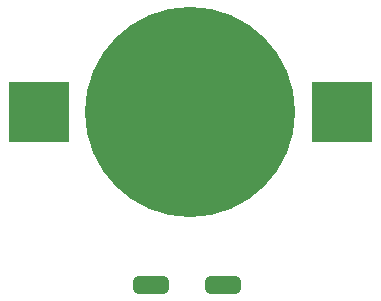
<source format=gbr>
%TF.GenerationSoftware,KiCad,Pcbnew,(6.0.8)*%
%TF.CreationDate,2023-04-11T21:19:58-04:00*%
%TF.ProjectId,Rat_NEST_v1,5261745f-4e45-4535-945f-76312e6b6963,rev?*%
%TF.SameCoordinates,Original*%
%TF.FileFunction,Soldermask,Top*%
%TF.FilePolarity,Negative*%
%FSLAX46Y46*%
G04 Gerber Fmt 4.6, Leading zero omitted, Abs format (unit mm)*
G04 Created by KiCad (PCBNEW (6.0.8)) date 2023-04-11 21:19:58*
%MOMM*%
%LPD*%
G01*
G04 APERTURE LIST*
G04 Aperture macros list*
%AMRoundRect*
0 Rectangle with rounded corners*
0 $1 Rounding radius*
0 $2 $3 $4 $5 $6 $7 $8 $9 X,Y pos of 4 corners*
0 Add a 4 corners polygon primitive as box body*
4,1,4,$2,$3,$4,$5,$6,$7,$8,$9,$2,$3,0*
0 Add four circle primitives for the rounded corners*
1,1,$1+$1,$2,$3*
1,1,$1+$1,$4,$5*
1,1,$1+$1,$6,$7*
1,1,$1+$1,$8,$9*
0 Add four rect primitives between the rounded corners*
20,1,$1+$1,$2,$3,$4,$5,0*
20,1,$1+$1,$4,$5,$6,$7,0*
20,1,$1+$1,$6,$7,$8,$9,0*
20,1,$1+$1,$8,$9,$2,$3,0*%
G04 Aperture macros list end*
%ADD10RoundRect,0.375000X-1.125000X-0.375000X1.125000X-0.375000X1.125000X0.375000X-1.125000X0.375000X0*%
%ADD11C,17.800000*%
%ADD12R,5.100000X5.100000*%
G04 APERTURE END LIST*
D10*
%TO.C,REF\u002A\u002A*%
X152400000Y-120904000D03*
%TD*%
%TO.C,REF\u002A\u002A*%
X146304000Y-120904000D03*
%TD*%
D11*
%TO.C,REF\u002A\u002A*%
X149606000Y-106273600D03*
D12*
X162406000Y-106273600D03*
X136806000Y-106273600D03*
%TD*%
M02*

</source>
